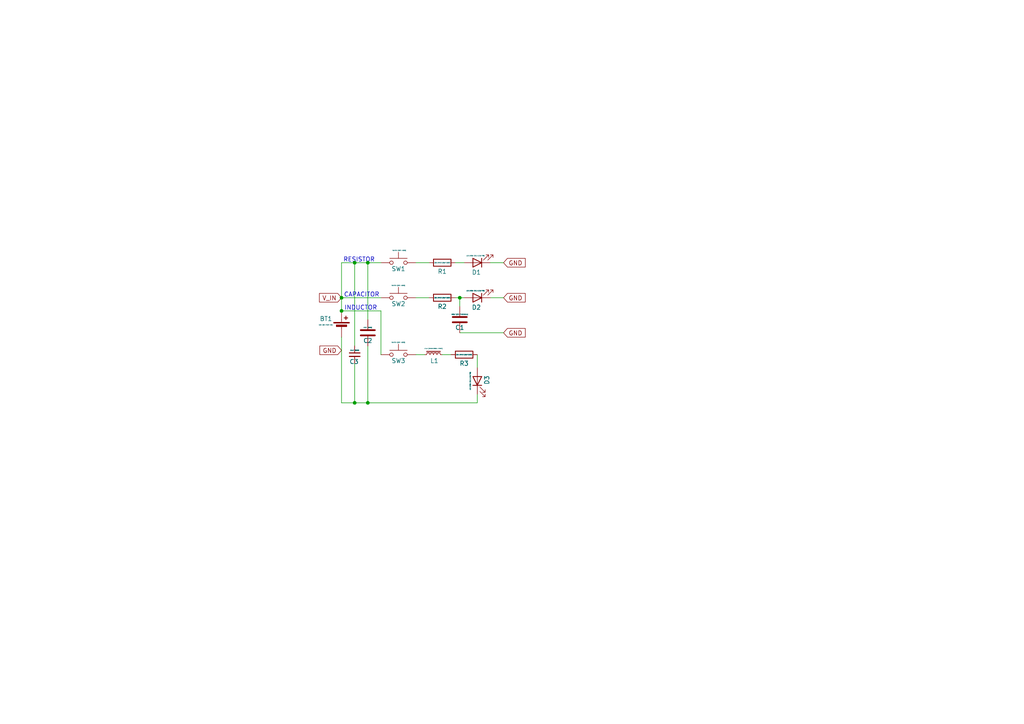
<source format=kicad_sch>
(kicad_sch (version 20250114) (generator "eeschema") (generator_version "9.0")
  (paper "A4")
  (lib_symbols
    (symbol "Device:Battery_Cell" (pin_numbers (hide yes)) (pin_names (offset 0) (hide yes))
      (property "Reference" "BT" (at 2.54 2.54 0))
      (property "Value" "Battery_Cell" (at 2.54 0 0))
      (symbol "Battery_Cell_0_1"
        (rectangle (start -2.286 1.778) (end 2.286 1.524) (fill (type outline)))
        (rectangle (start -1.524 1.016) (end 1.524 0.508) (fill (type outline)))
        (polyline (pts (xy 0 1.778) (xy 0 2.54)))
        (polyline (pts (xy 0 0.762) (xy 0 0)))
        (polyline (pts (xy 0.762 3.048) (xy 1.778 3.048)) (stroke (width 0.254)))
        (polyline (pts (xy 1.27 3.556) (xy 1.27 2.54)) (stroke (width 0.254)))
      )
      (symbol "Battery_Cell_1_1"
        (pin passive line (at 0 5.08 270) (length 2.54) (name "+") (number "1"))
        (pin passive line (at 0 -2.54 90) (length 2.54) (name "-") (number "2"))
      )
    )
    (symbol "Device:C" (pin_numbers (hide yes)) (pin_names (offset 0.254))
      (property "Reference" "C" (at 0.635 2.54 0))
      (property "Value" "C" (at 0.635 -2.54 0))
      (symbol "C_0_1"
        (polyline (pts (xy -2.032 0.762) (xy 2.032 0.762)) (stroke (width 0.508)))
        (polyline (pts (xy -2.032 -0.762) (xy 2.032 -0.762)) (stroke (width 0.508)))
      )
      (symbol "C_1_1"
        (pin passive line (at 0 3.81 270) (length 2.794) (name "~") (number "1"))
        (pin passive line (at 0 -3.81 90) (length 2.794) (name "~") (number "2"))
      )
    )
    (symbol "Device:C_Small" (pin_numbers (hide yes)) (pin_names (offset 0.254) (hide yes))
      (property "Reference" "C" (at 0.254 1.778 0))
      (property "Value" "C_Small" (at 0.254 -2.032 0))
      (symbol "C_Small_0_1"
        (polyline (pts (xy -1.524 0.508) (xy 1.524 0.508)) (stroke (width 0.3048)))
        (polyline (pts (xy -1.524 -0.508) (xy 1.524 -0.508)) (stroke (width 0.3302)))
      )
      (symbol "C_Small_1_1"
        (pin passive line (at 0 2.54 270) (length 2.032) (name "~") (number "1"))
        (pin passive line (at 0 -2.54 90) (length 2.032) (name "~") (number "2"))
      )
    )
    (symbol "Device:L_Iron_Small" (pin_numbers (hide yes)) (pin_names (offset 0.254) (hide yes))
      (property "Reference" "L" (at 1.27 1.016 0))
      (property "Value" "L_Iron_Small" (at 1.27 -1.27 0))
      (symbol "L_Iron_Small_0_1"
        (arc (start 0 2.032) (mid 0.5058 1.524) (end 0 1.016))
        (arc (start 0 1.016) (mid 0.5058 0.508) (end 0 0))
        (arc (start 0 0) (mid 0.5058 -0.508) (end 0 -1.016))
        (arc (start 0 -1.016) (mid 0.5058 -1.524) (end 0 -2.032))
        (polyline (pts (xy 0.762 2.032) (xy 0.762 -2.032)))
        (polyline (pts (xy 1.016 -2.032) (xy 1.016 2.032)))
      )
      (symbol "L_Iron_Small_1_1"
        (pin passive line (at 0 2.54 270) (length 0.508) (name "~") (number "1"))
        (pin passive line (at 0 -2.54 90) (length 0.508) (name "~") (number "2"))
      )
    )
    (symbol "Device:R" (pin_numbers (hide yes)) (pin_names (offset 0))
      (property "Reference" "R" (at 2.032 0 90))
      (property "Value" "R" (at 0 0 90))
      (symbol "R_0_1"
        (rectangle (start -1.016 -2.54) (end 1.016 2.54) (stroke (width 0.254)))
      )
      (symbol "R_1_1"
        (pin passive line (at 0 3.81 270) (length 1.27) (name "~") (number "1"))
        (pin passive line (at 0 -3.81 90) (length 1.27) (name "~") (number "2"))
      )
    )
    (symbol "LED:IR26-21C_L110_TR8" (pin_numbers (hide yes)) (pin_names (offset 1.016) (hide yes))
      (property "Reference" "D" (at 0 2.54 0))
      (property "Value" "IR26-21C_L110_TR8" (at 0 -3.81 0))
      (symbol "IR26-21C_L110_TR8_0_1"
        (polyline (pts (xy -3.048 -0.762) (xy -4.572 -2.286) (xy -3.81 -2.286) (xy -4.572 -2.286) (xy -4.572 -1.524)))
        (polyline (pts (xy -1.778 -0.762) (xy -3.302 -2.286) (xy -2.54 -2.286) (xy -3.302 -2.286) (xy -3.302 -1.524)))
        (polyline (pts (xy -1.27 0) (xy 1.27 0)))
        (polyline (pts (xy -1.27 -1.27) (xy -1.27 1.27)) (stroke (width 0.254)))
        (polyline (pts (xy 1.27 -1.27) (xy 1.27 1.27) (xy -1.27 0) (xy 1.27 -1.27)) (stroke (width 0.254)))
      )
      (symbol "IR26-21C_L110_TR8_1_1"
        (pin passive line (at -3.81 0 0) (length 2.54) (name "K") (number "1"))
        (pin passive line (at 3.81 0 180) (length 2.54) (name "A") (number "2"))
      )
    )
    (symbol "Switch:SW_Push" (pin_numbers (hide yes)) (pin_names (offset 1.016) (hide yes))
      (property "Reference" "SW" (at 1.27 2.54 0))
      (property "Value" "SW_Push" (at 0 -1.524 0))
      (symbol "SW_Push_0_1"
        (circle (center -2.032 0) (radius 0.508))
        (polyline (pts (xy 0 1.27) (xy 0 3.048)))
        (circle (center 2.032 0) (radius 0.508))
        (polyline (pts (xy 2.54 1.27) (xy -2.54 1.27)))
        (pin passive line (at -5.08 0 0) (length 2.54) (name "1") (number "1"))
        (pin passive line (at 5.08 0 180) (length 2.54) (name "2") (number "2"))
      )
    )
  )
  (text "RESISTOR" (at 104.14 75.438 0) (effects (font (size 1.27 1.27))))
  (text "INDUCTOR" (at 104.648 89.408 0) (effects (font (size 1.27 1.27))))
  (text "CAPACITOR" (at 104.902 85.598 0) (effects (font (size 1.27 1.27))))
  (junction (at 106.68 116.84))
  (junction (at 133.35 86.36))
  (junction (at 102.87 116.84))
  (junction (at 99.06 86.36))
  (junction (at 106.68 76.2))
  (junction (at 102.87 76.2))
  (junction (at 99.06 90.17))
  (wire (pts (xy 99.06 86.36) (xy 110.49 86.36)))
  (wire (pts (xy 99.06 76.2) (xy 99.06 86.36)))
  (wire (pts (xy 133.35 86.36) (xy 133.35 88.9)))
  (wire (pts (xy 132.08 86.36) (xy 133.35 86.36)))
  (wire (pts (xy 128.27 102.87) (xy 130.81 102.87)))
  (wire (pts (xy 133.35 96.52) (xy 146.05 96.52)))
  (wire (pts (xy 102.87 76.2) (xy 106.68 76.2)))
  (wire (pts (xy 142.24 76.2) (xy 146.05 76.2)))
  (wire (pts (xy 110.49 90.17) (xy 110.49 102.87)))
  (wire (pts (xy 102.87 116.84) (xy 106.68 116.84)))
  (wire (pts (xy 99.06 76.2) (xy 102.87 76.2)))
  (wire (pts (xy 138.43 114.3) (xy 138.43 116.84)))
  (wire (pts (xy 120.65 102.87) (xy 123.19 102.87)))
  (wire (pts (xy 99.06 97.79) (xy 99.06 116.84)))
  (wire (pts (xy 133.35 86.36) (xy 134.62 86.36)))
  (wire (pts (xy 120.65 76.2) (xy 124.46 76.2)))
  (wire (pts (xy 102.87 76.2) (xy 102.87 100.33)))
  (wire (pts (xy 132.08 76.2) (xy 134.62 76.2)))
  (wire (pts (xy 106.68 100.33) (xy 106.68 116.84)))
  (wire (pts (xy 99.06 116.84) (xy 102.87 116.84)))
  (wire (pts (xy 99.06 86.36) (xy 99.06 90.17)))
  (wire (pts (xy 106.68 76.2) (xy 110.49 76.2)))
  (wire (pts (xy 102.87 105.41) (xy 102.87 116.84)))
  (wire (pts (xy 106.68 76.2) (xy 106.68 92.71)))
  (wire (pts (xy 99.06 90.17) (xy 110.49 90.17)))
  (wire (pts (xy 106.68 116.84) (xy 138.43 116.84)))
  (wire (pts (xy 120.65 86.36) (xy 124.46 86.36)))
  (wire (pts (xy 138.43 102.87) (xy 138.43 106.68)))
  (wire (pts (xy 142.24 86.36) (xy 146.05 86.36)))
  (global_label "V_IN" (shape input) (at 99.06 86.36 180) (property "Intersheetrefs" "${INTERSHEET_REFS}" (effects (hide yes))))
  (global_label "GND" (shape input) (at 146.05 86.36 0) (property "Intersheetrefs" "${INTERSHEET_REFS}" (effects (hide yes))))
  (global_label "GND" (shape input) (at 146.05 76.2 0) (property "Intersheetrefs" "${INTERSHEET_REFS}" (effects (hide yes))))
  (global_label "GND" (shape input) (at 99.06 101.6 180) (property "Intersheetrefs" "${INTERSHEET_REFS}" (effects (hide yes))))
  (global_label "GND" (shape input) (at 146.05 96.52 0) (property "Intersheetrefs" "${INTERSHEET_REFS}" (effects (hide yes))))
  (symbol (lib_id "Device:Battery_Cell") (at 99.06 95.25 0) (unit 1)
    (property "Reference" "BT1" (at 92.71 92.456 0) (effects (justify left)))
    (property "Value" "3.0V (36-2462-ND)" (at 92.456 94.234 0) (effects (font (size 0.254 0.254)) (justify left)))
    (property "Footprint" "Battery:BatteryHolder_Keystone_2462_2xAA" (effects (hide yes)))
    (property "Description" "Single-cell battery" (effects (hide yes)))
    (property "Sim.Device" "V" (effects (hide yes)))
    (property "Sim.Type" "DC" (effects (hide yes)))
    (property "Sim.Pins" "1=+ 2=-" (effects (hide yes)))
  )
  (symbol (lib_id "Device:L_Iron_Small") (at 125.73 102.87 90) (unit 1)
    (property "Reference" "L1" (at 125.984 104.648 90))
    (property "Value" "47uH (MWSA1206S-470MT)" (at 125.73 101.092 90) (effects (font (size 0.254 0.254))))
    (property "Footprint" "Inductor_SMD:L_Sunlord_MWSA1206S-3R3" (effects (hide yes)))
    (property "Description" "Inductor with iron core, small symbol" (effects (hide yes)))
  )
  (symbol (lib_id "LED:IR26-21C_L110_TR8") (at 138.43 86.36 180) (unit 1)
    (property "Reference" "D2" (at 138.176 89.154 0))
    (property "Value" "LED (IR26-21C/L110/TR8)" (at 137.922 84.328 0) (effects (font (size 0.254 0.254))))
    (property "Footprint" "LED_SMD:LED_1206_3216Metric" (effects (hide yes)))
    (property "Datasheet" "http://www.everlight.com/file/ProductFile/IR26-21C-L110-TR8.pdf" (effects (hide yes)))
    (property "Description" "940nm, 20 deg, Infrared LED, 1206" (effects (hide yes)))
  )
  (symbol (lib_id "Device:C") (at 106.68 96.52 0) (unit 1)
    (property "Reference" "C2" (at 106.68 98.806 0))
    (property "Value" "47uF (0805)" (at 106.68 94.996 0) (effects (font (size 0.254 0.254))))
    (property "Footprint" "Capacitor_SMD:C_0805_2012Metric" (effects (hide yes)))
    (property "Description" "Unpolarized capacitor" (effects (hide yes)))
  )
  (symbol (lib_id "LED:IR26-21C_L110_TR8") (at 138.43 110.49 90) (unit 1)
    (property "Reference" "D3" (at 141.224 110.236 0))
    (property "Value" "LED (IR26-21C/L110/TR8)" (at 136.398 110.49 0) (effects (font (size 0.254 0.254))))
    (property "Footprint" "LED_SMD:LED_1206_3216Metric" (effects (hide yes)))
    (property "Datasheet" "http://www.everlight.com/file/ProductFile/IR26-21C-L110-TR8.pdf" (effects (hide yes)))
    (property "Description" "940nm, 20 deg, Infrared LED, 1206" (effects (hide yes)))
  )
  (symbol (lib_id "LED:IR26-21C_L110_TR8") (at 138.43 76.2 180) (unit 1)
    (property "Reference" "D1" (at 138.176 78.994 0))
    (property "Value" "LED (IR26-21C/L110/TR8)" (at 137.922 74.168 0) (effects (font (size 0.254 0.254))))
    (property "Footprint" "LED_SMD:LED_1206_3216Metric" (effects (hide yes)))
    (property "Datasheet" "http://www.everlight.com/file/ProductFile/IR26-21C-L110-TR8.pdf" (effects (hide yes)))
    (property "Description" "940nm, 20 deg, Infrared LED, 1206" (effects (hide yes)))
  )
  (symbol (lib_id "Device:C") (at 133.35 92.71 0) (unit 1)
    (property "Reference" "C1" (at 133.35 94.996 0))
    (property "Value" "100uF (EEE-FH1E101XL)" (at 133.35 91.186 0) (effects (font (size 0.254 0.254))))
    (property "Footprint" "Capacitor_SMD:C_Elec_5x5.8" (effects (hide yes)))
    (property "Description" "Unpolarized capacitor" (effects (hide yes)))
  )
  (symbol (lib_id "Device:R") (at 128.27 76.2 270) (unit 1)
    (property "Reference" "R1" (at 128.27 78.74 90))
    (property "Value" "100 (RMCF1206FT100R)" (at 128.27 76.2 90) (effects (font (size 0.254 0.254))))
    (property "Footprint" "Resistor_SMD:R_1206_3216Metric" (effects (hide yes)))
    (property "Description" "Resistor" (effects (hide yes)))
  )
  (symbol (lib_id "Device:R") (at 128.27 86.36 270) (unit 1)
    (property "Reference" "R2" (at 128.27 88.9 90))
    (property "Value" "100 (RMCF1206FT100R)" (at 128.27 86.36 90) (effects (font (size 0.254 0.254))))
    (property "Footprint" "Resistor_SMD:R_1206_3216Metric" (effects (hide yes)))
    (property "Description" "Resistor" (effects (hide yes)))
  )
  (symbol (lib_id "Switch:SW_Push") (at 115.57 86.36 0) (unit 1)
    (property "Reference" "SW2" (at 115.57 88.138 0))
    (property "Value" "SWITCH (B3F-1020)" (at 115.57 82.804 0) (effects (font (size 0.254 0.254))))
    (property "Footprint" "Button_Switch_THT:SW_TH_Tactile_Omron_B3F-102x" (effects (hide yes)))
    (property "Description" "Push button switch, generic, two pins" (effects (hide yes)))
  )
  (symbol (lib_id "Switch:SW_Push") (at 115.57 76.2 0) (unit 1)
    (property "Reference" "SW1" (at 115.57 77.978 0))
    (property "Value" "SWITCH (B3F-1020)" (at 115.824 72.644 0) (effects (font (size 0.254 0.254))))
    (property "Footprint" "Button_Switch_THT:SW_TH_Tactile_Omron_B3F-102x" (effects (hide yes)))
    (property "Description" "Push button switch, generic, two pins" (effects (hide yes)))
  )
  (symbol (lib_id "Switch:SW_Push") (at 115.57 102.87 0) (unit 1)
    (property "Reference" "SW3" (at 115.57 104.648 0))
    (property "Value" "SWITCH (B3F-1020)" (at 115.57 99.314 0) (effects (font (size 0.254 0.254))))
    (property "Footprint" "Button_Switch_THT:SW_TH_Tactile_Omron_B3F-102x" (effects (hide yes)))
    (property "Description" "Push button switch, generic, two pins" (effects (hide yes)))
  )
  (symbol (lib_id "Device:R") (at 134.62 102.87 270) (unit 1)
    (property "Reference" "R3" (at 134.62 105.41 90))
    (property "Value" "220 (RMCF1206FT220R)" (at 134.62 102.87 90) (effects (font (size 0.254 0.254))))
    (property "Footprint" "Resistor_SMD:R_1206_3216Metric" (effects (hide yes)))
    (property "Description" "Resistor" (effects (hide yes)))
  )
  (symbol (lib_id "Device:C_Small") (at 102.87 102.87 0) (unit 1)
    (property "Reference" "C3" (at 101.346 104.902 0) (effects (justify left)))
    (property "Value" "0.1uF (0603)" (at 101.6 101.6 0) (effects (font (size 0.254 0.254)) (justify left)))
    (property "Footprint" "Capacitor_SMD:C_0603_1608Metric" (effects (hide yes)))
    (property "Description" "Unpolarized capacitor, small symbol" (effects (hide yes)))
  )
)
</source>
